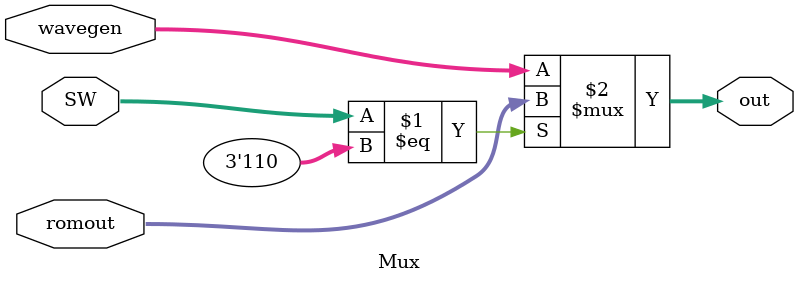
<source format=v>
module Mux(input [7:0]wavegen,input [7:0] romout,input [2:0]SW,output [7:0]out);
		assign out= (SW==3'd6)? romout: wavegen;
		
endmodule
</source>
